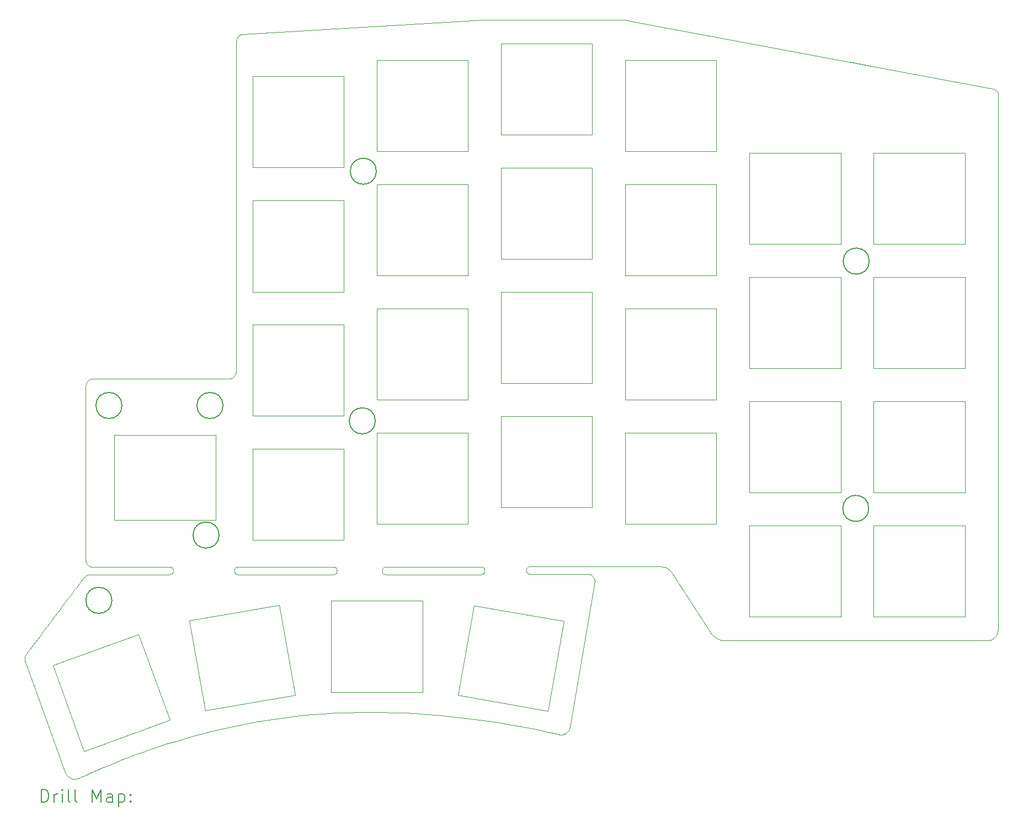
<source format=gbr>
%FSLAX45Y45*%
G04 Gerber Fmt 4.5, Leading zero omitted, Abs format (unit mm)*
G04 Created by KiCad (PCBNEW (6.0.0)) date 2022-08-16 23:32:20*
%MOMM*%
%LPD*%
G01*
G04 APERTURE LIST*
%ADD10C,0.090000*%
%TA.AperFunction,Profile*%
%ADD11C,0.090000*%
%TD*%
%TA.AperFunction,Profile*%
%ADD12C,0.200000*%
%TD*%
%ADD13C,0.200000*%
G04 APERTURE END LIST*
D10*
X11189773Y-3923319D02*
X11189773Y-3935737D01*
X11189773Y-3971987D01*
X11189773Y-4030563D01*
X11189773Y-4109959D01*
X11189773Y-4208670D01*
X11189773Y-4325188D01*
X11189773Y-4458008D01*
X11189773Y-4605625D01*
X11189773Y-4766531D01*
X11189773Y-4939222D01*
X11189773Y-5122191D01*
X11189773Y-5313932D01*
X11189773Y-5512940D01*
X11189773Y-5717707D01*
X11189773Y-5926729D01*
X11189773Y-6138499D01*
X11189773Y-6351512D01*
X11189773Y-6564261D01*
X11189773Y-6775240D01*
X11189773Y-6982943D01*
X11189773Y-7185865D01*
X11189773Y-7382500D01*
X11189773Y-7571340D01*
X11189773Y-7750882D01*
X11189773Y-7919617D01*
X11189773Y-8076041D01*
X11189773Y-8218648D01*
X11189773Y-8345931D01*
X11189773Y-8456385D01*
X11189773Y-8548503D01*
X11189773Y-8620780D01*
X11189773Y-8671709D01*
X20949099Y-4275744D02*
X20601612Y-4210834D01*
X10856751Y-9072818D02*
X9237583Y-9072818D01*
D11*
X8855816Y-14781765D02*
X8376988Y-13466197D01*
X17159400Y-7990499D02*
X18559400Y-7990499D01*
X12842444Y-5830500D02*
X11442444Y-5830500D01*
X10877194Y-9933246D02*
X10877194Y-11233246D01*
D10*
X22700639Y-13084958D02*
X22718236Y-13084331D01*
X22734674Y-13082502D01*
X22749992Y-13079552D01*
X22764229Y-13075560D01*
X22777424Y-13070607D01*
X22789618Y-13064774D01*
X22800850Y-13058139D01*
X22811158Y-13050783D01*
X22820583Y-13042786D01*
X22829163Y-13034229D01*
X22836938Y-13025191D01*
X22843948Y-13015753D01*
X22850232Y-13005994D01*
X22855830Y-12995996D01*
X22860780Y-12985836D01*
X22865122Y-12975597D01*
X22868896Y-12965358D01*
X22872141Y-12955199D01*
X22874896Y-12945200D01*
X22877201Y-12935441D01*
X22879095Y-12926003D01*
X22880617Y-12916965D01*
X22882706Y-12900411D01*
X22883782Y-12886421D01*
X22884160Y-12875634D01*
X22884084Y-12866236D01*
D11*
X17157444Y-6085500D02*
X18557443Y-6085500D01*
D10*
X12734667Y-12012513D02*
X12734016Y-12024814D01*
X12732104Y-12035347D01*
X12728993Y-12044248D01*
X12722214Y-12054830D01*
X12713087Y-12062495D01*
X12701821Y-12067694D01*
X12688624Y-12070882D01*
X12678857Y-12072113D01*
X12668387Y-12072787D01*
X12657277Y-12073037D01*
X12645588Y-12072997D01*
X12633382Y-12072803D01*
X12620721Y-12072587D01*
X12607668Y-12072486D01*
D11*
X11442444Y-10145499D02*
X12842444Y-10145499D01*
X22371355Y-8909763D02*
X20971355Y-8909763D01*
D10*
X8765917Y-15198098D02*
X8785791Y-15190198D01*
X8812913Y-15178558D01*
X8847152Y-15163405D01*
X8888377Y-15144967D01*
X8936457Y-15123473D01*
X8991260Y-15099150D01*
X9052657Y-15072226D01*
X9120514Y-15042930D01*
X9194702Y-15011489D01*
X9275090Y-14978132D01*
X9361545Y-14943086D01*
X9453938Y-14906580D01*
X9552136Y-14868841D01*
X9656009Y-14830098D01*
X9765425Y-14790578D01*
X9880254Y-14750510D01*
X10000365Y-14710122D01*
X10125625Y-14669641D01*
X10255905Y-14629295D01*
X10391072Y-14589314D01*
X10530997Y-14549924D01*
X10675547Y-14511354D01*
X10824591Y-14473832D01*
X10977999Y-14437585D01*
X11135640Y-14402842D01*
X11297381Y-14369832D01*
X11463093Y-14338780D01*
X11632643Y-14309917D01*
X11805901Y-14283470D01*
X11982736Y-14259666D01*
X12163017Y-14238735D01*
X12346611Y-14220903D01*
D11*
X16216275Y-12788951D02*
X15973168Y-14167682D01*
X16652444Y-11045500D02*
X15252444Y-11045500D01*
D10*
X10095186Y-12072486D02*
X8945835Y-12072486D01*
D11*
X17159400Y-9390499D02*
X17159400Y-7990499D01*
X12842444Y-7738000D02*
X11442444Y-7738000D01*
X11442444Y-8240499D02*
X12842444Y-8240499D01*
X13347444Y-11295499D02*
X13347444Y-9895499D01*
X20466356Y-8909763D02*
X19066356Y-8909763D01*
D10*
X8945835Y-12072486D02*
X8935020Y-12073935D01*
X8924425Y-12076261D01*
X8914086Y-12079413D01*
X8904038Y-12083338D01*
X8894316Y-12087984D01*
X8884954Y-12093299D01*
X8875988Y-12099230D01*
X8867452Y-12105724D01*
X8859381Y-12112731D01*
X8851810Y-12120196D01*
X8847058Y-12125402D01*
D11*
X13347444Y-9895499D02*
X14747444Y-9895499D01*
X15252444Y-9140499D02*
X15252444Y-7740500D01*
X14747356Y-7990499D02*
X14747356Y-9390499D01*
D10*
X17199776Y-3576891D02*
X17165557Y-3570541D01*
D11*
X22371356Y-10814763D02*
X20971356Y-10814763D01*
D12*
X10987444Y-9480500D02*
G75*
G03*
X10987444Y-9480500I-200000J0D01*
G01*
D11*
X20466356Y-12722265D02*
X19066356Y-12722265D01*
X18557443Y-7485500D02*
X17157444Y-7485500D01*
X16652444Y-9645500D02*
X16652444Y-11045500D01*
D10*
X17226587Y-3581830D02*
X17199776Y-3576891D01*
D11*
X13347444Y-4180500D02*
X14747444Y-4180500D01*
D10*
X12607668Y-11956070D02*
X12620721Y-11955928D01*
X12633382Y-11955601D01*
X12645588Y-11955232D01*
X12657277Y-11954967D01*
X12668387Y-11954950D01*
X12678857Y-11955325D01*
X12688624Y-11956238D01*
X12697626Y-11957833D01*
X12709559Y-11961821D01*
X12719423Y-11968158D01*
X12727007Y-11977331D01*
X12732104Y-11989831D01*
X12734016Y-12000252D01*
X12734667Y-12012513D01*
D11*
X17159400Y-11295499D02*
X17159400Y-9895499D01*
X12842444Y-10145499D02*
X12842444Y-11545499D01*
X19066356Y-10814763D02*
X19066356Y-9414763D01*
X22371356Y-12722265D02*
X20971356Y-12722265D01*
D10*
X18682502Y-13084958D02*
X18693478Y-13084958D01*
X18725496Y-13084958D01*
X18777191Y-13084958D01*
X18847198Y-13084958D01*
X18934152Y-13084958D01*
X19036689Y-13084958D01*
X19153444Y-13084958D01*
X19283051Y-13084958D01*
X19424145Y-13084958D01*
X19575362Y-13084958D01*
X19735338Y-13084958D01*
X19902706Y-13084958D01*
X20076102Y-13084958D01*
X20254161Y-13084958D01*
X20435519Y-13084958D01*
X20618810Y-13084958D01*
X20802669Y-13084958D01*
X20985732Y-13084958D01*
X21166634Y-13084958D01*
X21344009Y-13084958D01*
X21516493Y-13084958D01*
X21682722Y-13084958D01*
X21841329Y-13084958D01*
X21990950Y-13084958D01*
X22130220Y-13084958D01*
X22257775Y-13084958D01*
X22372249Y-13084958D01*
X22472278Y-13084958D01*
X22556496Y-13084958D01*
X22623539Y-13084958D01*
X22672042Y-13084958D01*
X22700639Y-13084958D01*
D11*
X11442444Y-11545499D02*
X11442444Y-10145499D01*
X20971356Y-11322265D02*
X22371356Y-11322265D01*
X20971356Y-10814763D02*
X20971356Y-9414763D01*
X20971356Y-7004764D02*
X20971356Y-5604764D01*
D10*
X17878169Y-12047791D02*
X18449667Y-12940320D01*
D11*
X20466355Y-7004764D02*
X19066355Y-7004764D01*
X19066356Y-7509764D02*
X20466356Y-7509764D01*
X22371356Y-11322265D02*
X22371356Y-12722265D01*
D10*
X15002324Y-12012513D02*
X15001672Y-12024814D01*
X14999760Y-12035347D01*
X14996650Y-12044248D01*
X14989871Y-12054830D01*
X14980744Y-12062495D01*
X14969477Y-12067694D01*
X14956280Y-12070882D01*
X14946514Y-12072113D01*
X14936044Y-12072787D01*
X14924934Y-12073037D01*
X14913245Y-12072997D01*
X14901039Y-12072803D01*
X14888378Y-12072587D01*
X14875324Y-12072486D01*
D11*
X18559400Y-9390499D02*
X17159400Y-9390499D01*
X11442444Y-5830500D02*
X11442444Y-4430500D01*
D10*
X8993183Y-9072818D02*
X8981451Y-9073388D01*
X8970101Y-9075064D01*
X8959185Y-9077794D01*
X8948755Y-9081527D01*
X8938862Y-9086210D01*
X8929559Y-9091793D01*
X8920896Y-9098224D01*
X8912926Y-9105450D01*
X8905700Y-9113420D01*
X8899269Y-9122083D01*
X8893687Y-9131386D01*
X8889003Y-9141279D01*
X8885270Y-9151709D01*
X8882540Y-9162625D01*
X8880864Y-9173975D01*
X8880294Y-9185707D01*
D12*
X13324956Y-9715764D02*
G75*
G03*
X13324956Y-9715764I-200000J0D01*
G01*
D11*
X16652444Y-9140499D02*
X15252444Y-9140499D01*
D10*
X14875324Y-11956070D02*
X14888378Y-11955928D01*
X14901039Y-11955601D01*
X14913245Y-11955232D01*
X14924934Y-11954967D01*
X14936044Y-11954950D01*
X14946514Y-11955325D01*
X14956280Y-11956238D01*
X14965282Y-11957833D01*
X14977216Y-11961821D01*
X14987079Y-11968158D01*
X14994664Y-11977331D01*
X14999760Y-11989831D01*
X15001672Y-12000252D01*
X15002324Y-12012513D01*
D11*
X18559400Y-4180500D02*
X18559400Y-5580500D01*
X12647356Y-12475763D02*
X14047356Y-12475763D01*
X14747356Y-9390499D02*
X13347356Y-9390499D01*
D12*
X13340156Y-5887864D02*
G75*
G03*
X13340156Y-5887864I-200000J0D01*
G01*
D11*
X19066356Y-12722265D02*
X19066356Y-11322265D01*
X17159400Y-4180500D02*
X18559400Y-4180500D01*
X10714545Y-14160682D02*
X10471437Y-12781951D01*
X22371356Y-7004764D02*
X20971356Y-7004764D01*
D10*
X11294194Y-3784325D02*
X11284179Y-3785158D01*
X11274825Y-3786699D01*
X11258005Y-3791715D01*
X11243555Y-3798986D01*
X11231295Y-3808126D01*
X11221047Y-3818751D01*
X11212631Y-3830474D01*
X11205867Y-3842910D01*
X11200577Y-3855674D01*
X11196580Y-3868380D01*
X11193698Y-3880643D01*
X11191752Y-3892076D01*
X11190561Y-3902296D01*
X11189800Y-3914505D01*
X11189773Y-3923319D01*
X13428936Y-12012513D02*
X13429587Y-12000252D01*
X13431499Y-11989831D01*
X13434610Y-11981104D01*
X13441388Y-11970876D01*
X13450515Y-11963648D01*
X13461782Y-11958931D01*
X13474979Y-11956238D01*
X13484746Y-11955325D01*
X13495215Y-11954950D01*
X13506325Y-11954967D01*
X13518015Y-11955232D01*
X13530221Y-11955601D01*
X13542881Y-11955928D01*
X13555935Y-11956070D01*
D11*
X22371355Y-7509764D02*
X22371355Y-8909763D01*
D10*
X22884084Y-4710013D02*
X22883173Y-4696814D01*
X22880598Y-4684954D01*
X22876596Y-4674365D01*
X22871406Y-4664979D01*
X22865265Y-4656731D01*
X22858411Y-4649552D01*
X22851082Y-4643376D01*
X22843515Y-4638135D01*
X22832238Y-4631880D01*
X22821764Y-4627353D01*
X22812895Y-4624325D01*
X22803857Y-4621995D01*
X22802946Y-4621819D01*
D11*
X11442444Y-9640499D02*
X11442444Y-8240499D01*
X10171385Y-14302938D02*
X8855816Y-14781765D01*
X18559400Y-11295499D02*
X17159400Y-11295499D01*
X16652444Y-7235500D02*
X15252444Y-7235500D01*
X12647356Y-13875763D02*
X12647356Y-12475763D01*
X20466356Y-11322265D02*
X20466356Y-12722265D01*
X16652444Y-5330500D02*
X15252444Y-5330500D01*
D10*
X14875324Y-12072486D02*
X13555935Y-12072486D01*
D11*
X20971356Y-12722265D02*
X20971356Y-11322265D01*
X14837545Y-12545844D02*
X16216275Y-12788951D01*
X18559400Y-7990499D02*
X18559400Y-9390499D01*
D10*
X8945746Y-12072348D02*
X8945746Y-12072348D01*
D11*
X22371356Y-9414763D02*
X22371356Y-10814763D01*
X9692557Y-12987368D02*
X10171385Y-14302938D01*
X16652444Y-7740500D02*
X16652444Y-9140499D01*
X11850168Y-12538844D02*
X12093275Y-13917575D01*
D10*
X11161279Y-12012513D02*
X11161930Y-12000252D01*
X11163842Y-11989831D01*
X11166953Y-11981104D01*
X11173732Y-11970876D01*
X11182859Y-11963648D01*
X11194125Y-11958931D01*
X11207322Y-11956238D01*
X11217089Y-11955325D01*
X11227559Y-11954950D01*
X11238669Y-11954967D01*
X11250358Y-11955232D01*
X11262564Y-11955601D01*
X11275225Y-11955928D01*
X11288278Y-11956070D01*
D11*
X10877194Y-11233246D02*
X9317194Y-11233246D01*
X9317194Y-9933246D02*
X10877194Y-9933246D01*
X18559400Y-5580500D02*
X17159400Y-5580500D01*
X14047356Y-13875763D02*
X12647356Y-13875763D01*
X12093275Y-13917575D02*
X10714545Y-14160682D01*
X14047356Y-12475763D02*
X14047356Y-13875763D01*
D10*
X11186500Y-8957982D02*
X11185930Y-8969714D01*
X11184254Y-8981064D01*
X11181523Y-8991980D01*
X11177791Y-9002410D01*
X11173107Y-9012303D01*
X11167524Y-9021606D01*
X11161094Y-9030269D01*
X11153868Y-9038239D01*
X11145897Y-9045465D01*
X11137235Y-9051896D01*
X11127931Y-9057478D01*
X11118038Y-9062162D01*
X11107608Y-9065895D01*
X11096693Y-9068625D01*
X11085343Y-9070301D01*
X11073611Y-9070871D01*
D11*
X18559400Y-9895499D02*
X18559400Y-11295499D01*
X11442444Y-7738000D02*
X11442444Y-6338000D01*
X12842444Y-8240499D02*
X12842444Y-9640499D01*
X20466356Y-10814763D02*
X19066356Y-10814763D01*
D10*
X20601612Y-4210834D02*
X20612653Y-4212883D01*
X20623684Y-4214931D01*
X20634704Y-4216976D01*
X20645713Y-4219020D01*
X20656712Y-4221062D01*
X20667699Y-4223102D01*
X20678676Y-4225140D01*
X20689641Y-4227177D01*
X20700595Y-4229213D01*
X20711537Y-4231246D01*
X20722468Y-4233279D01*
X20733387Y-4235310D01*
X20744294Y-4237339D01*
X20755189Y-4239368D01*
X20766072Y-4241395D01*
X20776943Y-4243421D01*
X20787801Y-4245446D01*
X20798647Y-4247471D01*
X20809480Y-4249494D01*
X20820300Y-4251516D01*
X20831107Y-4253538D01*
X20841902Y-4255559D01*
X20852683Y-4257579D01*
X20863451Y-4259599D01*
X20874205Y-4261618D01*
X20884946Y-4263637D01*
X20895673Y-4265655D01*
X20906386Y-4267674D01*
X20917086Y-4269691D01*
X20927771Y-4271709D01*
X20938442Y-4273726D01*
X20949099Y-4275744D01*
X16309365Y-14409639D02*
X16689307Y-12178319D01*
X10095186Y-11956070D02*
X10108239Y-11955928D01*
X10120900Y-11955601D01*
X10133106Y-11955232D01*
X10144795Y-11954967D01*
X10155905Y-11954950D01*
X10166375Y-11955325D01*
X10176142Y-11956238D01*
X10185144Y-11957833D01*
X10197077Y-11961821D01*
X10206940Y-11968158D01*
X10214525Y-11977331D01*
X10219622Y-11989831D01*
X10221534Y-12000252D01*
X10222185Y-12012513D01*
X13555935Y-11956070D02*
X14875324Y-11956070D01*
X8564836Y-15102848D02*
X8568873Y-15112367D01*
X8572875Y-15120462D01*
X8578335Y-15130239D01*
X8585314Y-15141186D01*
X8593874Y-15152792D01*
X8604077Y-15164545D01*
X8615986Y-15175934D01*
X8629662Y-15186447D01*
X8645167Y-15195572D01*
X8653625Y-15199455D01*
X8662564Y-15202798D01*
X8671991Y-15205539D01*
X8681914Y-15207614D01*
X8692341Y-15208958D01*
X8703280Y-15209507D01*
X8714737Y-15209198D01*
X8726722Y-15207967D01*
X8739242Y-15205749D01*
X8752304Y-15202481D01*
X8765917Y-15198098D01*
D12*
X20903856Y-7266264D02*
G75*
G03*
X20903856Y-7266264I-200000J0D01*
G01*
D11*
X20971355Y-7509764D02*
X22371355Y-7509764D01*
D10*
X16689307Y-12178319D02*
X16688737Y-12166587D01*
X16687061Y-12155237D01*
X16684331Y-12144321D01*
X16680598Y-12133891D01*
X16675914Y-12123999D01*
X16670331Y-12114695D01*
X16663901Y-12106032D01*
X16656675Y-12098062D01*
X16648705Y-12090836D01*
X16640042Y-12084406D01*
X16630738Y-12078823D01*
X16620846Y-12074139D01*
X16610416Y-12070406D01*
X16599500Y-12067676D01*
X16588150Y-12066000D01*
X16576418Y-12065430D01*
D11*
X14747356Y-6085500D02*
X14747356Y-7485500D01*
X20466356Y-7509764D02*
X20466356Y-8909763D01*
D12*
X10927356Y-11467764D02*
G75*
G03*
X10927356Y-11467764I-200000J0D01*
G01*
D11*
X20466355Y-5604764D02*
X20466355Y-7004764D01*
X13347356Y-6085500D02*
X14747356Y-6085500D01*
X14747444Y-5580500D02*
X13347444Y-5580500D01*
X17159400Y-5580500D02*
X17159400Y-4180500D01*
X20971355Y-8909763D02*
X20971355Y-7509764D01*
X12842444Y-6338000D02*
X12842444Y-7738000D01*
X17157444Y-7485500D02*
X17157444Y-6085500D01*
D10*
X17165557Y-3570541D02*
X17151844Y-3569300D01*
X17127081Y-3568216D01*
X17092021Y-3567282D01*
X17047418Y-3566490D01*
X16994025Y-3565833D01*
X16932594Y-3565302D01*
X16863880Y-3564890D01*
X16788636Y-3564589D01*
X16707614Y-3564391D01*
X16621567Y-3564289D01*
X16531250Y-3564275D01*
X16437415Y-3564341D01*
X16340815Y-3564479D01*
X16242204Y-3564682D01*
X16142334Y-3564941D01*
X16041959Y-3565250D01*
X15941832Y-3565600D01*
X15842707Y-3565984D01*
X15745336Y-3566393D01*
X15650472Y-3566821D01*
X15558870Y-3567259D01*
X15471281Y-3567699D01*
X15388459Y-3568135D01*
X15311158Y-3568557D01*
X15240130Y-3568959D01*
X15176129Y-3569332D01*
X15119908Y-3569669D01*
X15072220Y-3569963D01*
X15033818Y-3570204D01*
X15005456Y-3570386D01*
X14987886Y-3570501D01*
X14981862Y-3570541D01*
D11*
X15252444Y-3930500D02*
X16652444Y-3930500D01*
D10*
X8878806Y-9409367D02*
X8878806Y-11843180D01*
X11189773Y-8671709D02*
X11186500Y-8957982D01*
D11*
X15252444Y-5835500D02*
X16652444Y-5835500D01*
X20971356Y-5604764D02*
X22371356Y-5604764D01*
D10*
X12346611Y-14220903D02*
X12531324Y-14206575D01*
X12714842Y-14195863D01*
X12896859Y-14188561D01*
X13077068Y-14184461D01*
X13255164Y-14183355D01*
X13430840Y-14185037D01*
X13603790Y-14189299D01*
X13773708Y-14195933D01*
X13940287Y-14204732D01*
X14103223Y-14215490D01*
X14262207Y-14227998D01*
X14416935Y-14242049D01*
X14567099Y-14257436D01*
X14712395Y-14273951D01*
X14852515Y-14291388D01*
X14987153Y-14309539D01*
X15116004Y-14328195D01*
X15238761Y-14347151D01*
X15355117Y-14366199D01*
X15464768Y-14385131D01*
X15567405Y-14403740D01*
X15662725Y-14421819D01*
X15750419Y-14439160D01*
X15830182Y-14455556D01*
X15901708Y-14470799D01*
X15964691Y-14484683D01*
X16018824Y-14497000D01*
X16063801Y-14507542D01*
X16099316Y-14516103D01*
X16125063Y-14522474D01*
X16140736Y-14526449D01*
X16146029Y-14527820D01*
X17715890Y-11952543D02*
X17726287Y-11952816D01*
X17736316Y-11953612D01*
X17745977Y-11954897D01*
X17755274Y-11956635D01*
X17764210Y-11958792D01*
X17781005Y-11964222D01*
X17796385Y-11970907D01*
X17810370Y-11978570D01*
X17822980Y-11986929D01*
X17834236Y-11995708D01*
X17844159Y-12004626D01*
X17852769Y-12013404D01*
X17860087Y-12021764D01*
X17866134Y-12029426D01*
X17872867Y-12039001D01*
X17877587Y-12046721D01*
X17878169Y-12047791D01*
D11*
X15252444Y-7235500D02*
X15252444Y-5835500D01*
D10*
X18449667Y-12940320D02*
X18458840Y-12954144D01*
X18468211Y-12967059D01*
X18477751Y-12979098D01*
X18487425Y-12990290D01*
X18497201Y-13000667D01*
X18507049Y-13010259D01*
X18516935Y-13019098D01*
X18526827Y-13027213D01*
X18536694Y-13034636D01*
X18546502Y-13041397D01*
X18556220Y-13047527D01*
X18565816Y-13053057D01*
X18575258Y-13058017D01*
X18584512Y-13062439D01*
X18593548Y-13066352D01*
X18602333Y-13069789D01*
X18610835Y-13072779D01*
X18626860Y-13077542D01*
X18641366Y-13080889D01*
X18654096Y-13083064D01*
X18664793Y-13084315D01*
X18676462Y-13084994D01*
X18682502Y-13084958D01*
D11*
X11442444Y-4430500D02*
X12842444Y-4430500D01*
X12842444Y-11545499D02*
X11442444Y-11545499D01*
X14747356Y-7485500D02*
X13347356Y-7485500D01*
D12*
X9282357Y-12468764D02*
G75*
G03*
X9282357Y-12468764I-200000J0D01*
G01*
D10*
X13555935Y-12072486D02*
X13542881Y-12072587D01*
X13530221Y-12072803D01*
X13518015Y-12072997D01*
X13506325Y-12073037D01*
X13495215Y-12072787D01*
X13484746Y-12072113D01*
X13474979Y-12070882D01*
X13465977Y-12068958D01*
X13454044Y-12064479D01*
X13444180Y-12057687D01*
X13436595Y-12048127D01*
X13431499Y-12035347D01*
X13429587Y-12024814D01*
X13428936Y-12012513D01*
D11*
X19066356Y-8909763D02*
X19066356Y-7509764D01*
D10*
X17226587Y-3581830D02*
X17199776Y-3576891D01*
D11*
X20971356Y-9414763D02*
X22371356Y-9414763D01*
D10*
X10222185Y-12012513D02*
X10221534Y-12024814D01*
X10219622Y-12035347D01*
X10216511Y-12044248D01*
X10209732Y-12054830D01*
X10200605Y-12062495D01*
X10189338Y-12067694D01*
X10176142Y-12070882D01*
X10166375Y-12072113D01*
X10155905Y-12072787D01*
X10144795Y-12073037D01*
X10133106Y-12072997D01*
X10120900Y-12072803D01*
X10108239Y-12072587D01*
X10095186Y-12072486D01*
D11*
X18557443Y-6085500D02*
X18557443Y-7485500D01*
X11442444Y-6338000D02*
X12842444Y-6338000D01*
X9317194Y-11233246D02*
X9317194Y-9933246D01*
D10*
X8847058Y-12125402D02*
X8841109Y-12132348D01*
X8840002Y-12135985D01*
D11*
X12842444Y-4430500D02*
X12842444Y-5830500D01*
X19066356Y-9414763D02*
X20466356Y-9414763D01*
X19066355Y-7004764D02*
X19066355Y-5604764D01*
D10*
X11288278Y-11956070D02*
X12607668Y-11956070D01*
X11288278Y-12072486D02*
X11275225Y-12072587D01*
X11262564Y-12072803D01*
X11250358Y-12072997D01*
X11238669Y-12073037D01*
X11227559Y-12072787D01*
X11217089Y-12072113D01*
X11207322Y-12070882D01*
X11198320Y-12068958D01*
X11186387Y-12064479D01*
X11176523Y-12057687D01*
X11168939Y-12048127D01*
X11163842Y-12035347D01*
X11161930Y-12024814D01*
X11161279Y-12012513D01*
D11*
X15252444Y-11045500D02*
X15252444Y-9645500D01*
X15252444Y-5330500D02*
X15252444Y-3930500D01*
D12*
X9437445Y-9480500D02*
G75*
G03*
X9437445Y-9480500I-200000J0D01*
G01*
D10*
X14981862Y-3570541D02*
X11294194Y-3784325D01*
D11*
X20466356Y-9414763D02*
X20466356Y-10814763D01*
D10*
X15770673Y-12065430D02*
X15757619Y-12065531D01*
X15744958Y-12065747D01*
X15732752Y-12065941D01*
X15721063Y-12065981D01*
X15709953Y-12065732D01*
X15699483Y-12065058D01*
X15689717Y-12063827D01*
X15680715Y-12061903D01*
X15668781Y-12057425D01*
X15658918Y-12050633D01*
X15651333Y-12041073D01*
X15646236Y-12028293D01*
X15644324Y-12017760D01*
X15643673Y-12005459D01*
X15770673Y-11949014D02*
X17715890Y-11952543D01*
X8991696Y-11956070D02*
X10095186Y-11956070D01*
D12*
X20896856Y-11058263D02*
G75*
G03*
X20896856Y-11058263I-200000J0D01*
G01*
D11*
X19066355Y-5604764D02*
X20466355Y-5604764D01*
X13347444Y-5580500D02*
X13347444Y-4180500D01*
D10*
X17199776Y-3576891D02*
X17209066Y-3578516D01*
X17218436Y-3580196D01*
X17226587Y-3581830D01*
D11*
X16652444Y-3930500D02*
X16652444Y-5330500D01*
X17159400Y-9895499D02*
X18559400Y-9895499D01*
D10*
X15643673Y-12005459D02*
X15644324Y-11993198D01*
X15646236Y-11982777D01*
X15649347Y-11974050D01*
X15656126Y-11963822D01*
X15665253Y-11956594D01*
X15676520Y-11951877D01*
X15689717Y-11949183D01*
X15699483Y-11948270D01*
X15709953Y-11947894D01*
X15721063Y-11947911D01*
X15732752Y-11948176D01*
X15744958Y-11948545D01*
X15757619Y-11948872D01*
X15770673Y-11949014D01*
D11*
X15973168Y-14167682D02*
X14594437Y-13924575D01*
X19066356Y-11322265D02*
X20466356Y-11322265D01*
X14747444Y-4180500D02*
X14747444Y-5580500D01*
D10*
X22884084Y-12866236D02*
X22884084Y-12843049D01*
X22884084Y-12775451D01*
X22884084Y-12666390D01*
X22884084Y-12518812D01*
X22884084Y-12335661D01*
X22884084Y-12119886D01*
X22884084Y-11874431D01*
X22884084Y-11602244D01*
X22884084Y-11306270D01*
X22884084Y-10989456D01*
X22884084Y-10654747D01*
X22884084Y-10305090D01*
X22884084Y-9943431D01*
X22884084Y-9572717D01*
X22884084Y-9195893D01*
X22884084Y-8815906D01*
X22884084Y-8435702D01*
X22884084Y-8058227D01*
X22884084Y-7686428D01*
X22884084Y-7323250D01*
X22884084Y-6971639D01*
X22884084Y-6634543D01*
X22884084Y-6314907D01*
X22884084Y-6015677D01*
X22884084Y-5739800D01*
X22884084Y-5490222D01*
X22884084Y-5269888D01*
X22884084Y-5081746D01*
X22884084Y-4928741D01*
X22884084Y-4813820D01*
X22884084Y-4739929D01*
X22884084Y-4710013D01*
D11*
X13347356Y-7990499D02*
X14747356Y-7990499D01*
X13347356Y-9390499D02*
X13347356Y-7990499D01*
X12842444Y-9640499D02*
X11442444Y-9640499D01*
D10*
X7968640Y-13293098D02*
X7962515Y-13302516D01*
X7957340Y-13312225D01*
X7953075Y-13322181D01*
X7949678Y-13332344D01*
X7947108Y-13342672D01*
X7945323Y-13353125D01*
X7944283Y-13363660D01*
X7943945Y-13374237D01*
X7943945Y-13374237D02*
X7944415Y-13383496D01*
X7945676Y-13392757D01*
X7947507Y-13402017D01*
X7949685Y-13411278D01*
X7951001Y-13416570D01*
D11*
X22371356Y-5604764D02*
X22371356Y-7004764D01*
X10471437Y-12781951D02*
X11850168Y-12538844D01*
D10*
X22802946Y-4621819D02*
X17226587Y-3581830D01*
D11*
X14594437Y-13924575D02*
X14837545Y-12545844D01*
D10*
X12607668Y-12072486D02*
X11288278Y-12072486D01*
X8880294Y-9185707D02*
X8878806Y-9409367D01*
X9237583Y-9072818D02*
X8993183Y-9072818D01*
X11073611Y-9070871D02*
X10856751Y-9072818D01*
D11*
X14747444Y-9895499D02*
X14747444Y-11295499D01*
X16652444Y-5835500D02*
X16652444Y-7235500D01*
X13347356Y-7485500D02*
X13347356Y-6085500D01*
D10*
X16308308Y-14414931D02*
X16309365Y-14409639D01*
X8840002Y-12135985D02*
X8830255Y-12148941D01*
X8818547Y-12164504D01*
X8802705Y-12185560D01*
X8783047Y-12211689D01*
X8759890Y-12242467D01*
X8733551Y-12277474D01*
X8704347Y-12316288D01*
X8672596Y-12358486D01*
X8638614Y-12403648D01*
X8602719Y-12451350D01*
X8565227Y-12501173D01*
X8526457Y-12552692D01*
X8486725Y-12605488D01*
X8446348Y-12659137D01*
X8405644Y-12713218D01*
X8364929Y-12767310D01*
X8324521Y-12820990D01*
X8284737Y-12873838D01*
X8245894Y-12925430D01*
X8208310Y-12975345D01*
X8172301Y-13023161D01*
X8138185Y-13068457D01*
X8106278Y-13110810D01*
X8076899Y-13149800D01*
X8050364Y-13185003D01*
X8026990Y-13215999D01*
X8007094Y-13242365D01*
X7990994Y-13263680D01*
X7979007Y-13279522D01*
X7971450Y-13289468D01*
X7968640Y-13293098D01*
D11*
X15252444Y-7740500D02*
X16652444Y-7740500D01*
X15252444Y-9645500D02*
X16652444Y-9645500D01*
D10*
X8878806Y-11843180D02*
X8879377Y-11854912D01*
X8881053Y-11866262D01*
X8883783Y-11877178D01*
X8887516Y-11887608D01*
X8892199Y-11897501D01*
X8897782Y-11906804D01*
X8904213Y-11915467D01*
X8911439Y-11923437D01*
X8919409Y-11930663D01*
X8928072Y-11937094D01*
X8937375Y-11942676D01*
X8947268Y-11947360D01*
X8957698Y-11951093D01*
X8968614Y-11953823D01*
X8979964Y-11955499D01*
X8991696Y-11956070D01*
D11*
X8376988Y-13466197D02*
X9692557Y-12987368D01*
X14747444Y-11295499D02*
X13347444Y-11295499D01*
D10*
X7951001Y-13416570D02*
X8564836Y-15102848D01*
X16146029Y-14527820D02*
X16158284Y-14529192D01*
X16171902Y-14529520D01*
X16182986Y-14528979D01*
X16195281Y-14527510D01*
X16208452Y-14524840D01*
X16222164Y-14520695D01*
X16236079Y-14514800D01*
X16249863Y-14506882D01*
X16263179Y-14496667D01*
X16275691Y-14483881D01*
X16281541Y-14476438D01*
X16287064Y-14468250D01*
X16292219Y-14459283D01*
X16296962Y-14449501D01*
X16301253Y-14438872D01*
X16305049Y-14427360D01*
X16308308Y-14414931D01*
X16576418Y-12065430D02*
X15770673Y-12065430D01*
D13*
X8197064Y-15565991D02*
X8197064Y-15365991D01*
X8244683Y-15365991D01*
X8273255Y-15375515D01*
X8292302Y-15394562D01*
X8301826Y-15413610D01*
X8311350Y-15451705D01*
X8311350Y-15480277D01*
X8301826Y-15518372D01*
X8292302Y-15537420D01*
X8273255Y-15556467D01*
X8244683Y-15565991D01*
X8197064Y-15565991D01*
X8397064Y-15565991D02*
X8397064Y-15432658D01*
X8397064Y-15470753D02*
X8406588Y-15451705D01*
X8416112Y-15442181D01*
X8435160Y-15432658D01*
X8454207Y-15432658D01*
X8520874Y-15565991D02*
X8520874Y-15432658D01*
X8520874Y-15365991D02*
X8511350Y-15375515D01*
X8520874Y-15385039D01*
X8530398Y-15375515D01*
X8520874Y-15365991D01*
X8520874Y-15385039D01*
X8644683Y-15565991D02*
X8625636Y-15556467D01*
X8616112Y-15537420D01*
X8616112Y-15365991D01*
X8749445Y-15565991D02*
X8730398Y-15556467D01*
X8720874Y-15537420D01*
X8720874Y-15365991D01*
X8978017Y-15565991D02*
X8978017Y-15365991D01*
X9044683Y-15508848D01*
X9111350Y-15365991D01*
X9111350Y-15565991D01*
X9292302Y-15565991D02*
X9292302Y-15461229D01*
X9282779Y-15442181D01*
X9263731Y-15432658D01*
X9225636Y-15432658D01*
X9206588Y-15442181D01*
X9292302Y-15556467D02*
X9273255Y-15565991D01*
X9225636Y-15565991D01*
X9206588Y-15556467D01*
X9197064Y-15537420D01*
X9197064Y-15518372D01*
X9206588Y-15499324D01*
X9225636Y-15489801D01*
X9273255Y-15489801D01*
X9292302Y-15480277D01*
X9387541Y-15432658D02*
X9387541Y-15632658D01*
X9387541Y-15442181D02*
X9406588Y-15432658D01*
X9444683Y-15432658D01*
X9463731Y-15442181D01*
X9473255Y-15451705D01*
X9482779Y-15470753D01*
X9482779Y-15527896D01*
X9473255Y-15546943D01*
X9463731Y-15556467D01*
X9444683Y-15565991D01*
X9406588Y-15565991D01*
X9387541Y-15556467D01*
X9568493Y-15546943D02*
X9578017Y-15556467D01*
X9568493Y-15565991D01*
X9558969Y-15556467D01*
X9568493Y-15546943D01*
X9568493Y-15565991D01*
X9568493Y-15442181D02*
X9578017Y-15451705D01*
X9568493Y-15461229D01*
X9558969Y-15451705D01*
X9568493Y-15442181D01*
X9568493Y-15461229D01*
M02*

</source>
